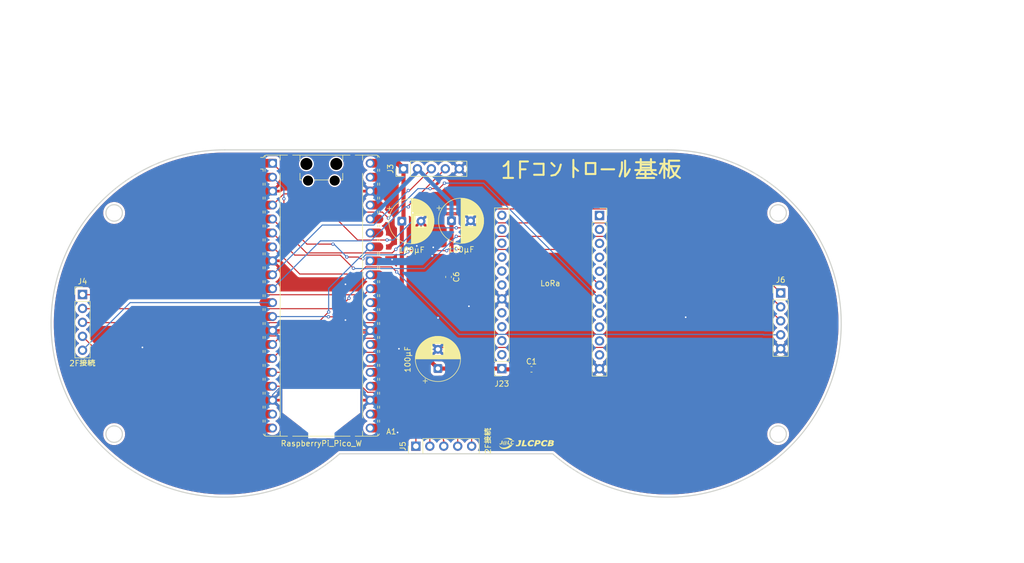
<source format=kicad_pcb>
(kicad_pcb (version 20241229) (generator "pcbnew") (generator_version "9.0")
  (layers (0 "F.Cu" signal) (2 "B.Cu" signal) (13 "F.Paste" user) (15 "B.Paste" user) (5 "F.SilkS" user "F.Silkscreen") (7 "B.SilkS" user "B.Silkscreen") (1 "F.Mask" user) (3 "B.Mask" user) (25 "Edge.Cuts" user))
  (net 0 "")
  (net 2 "+5V")
  (net 4 "SCL3")
  (net 5 "GP3")
  (net 6 "ADC0")
  (net 7 "SDA3")
  (net 8 "GND")
  (net 9 "LED6")
  (net 11 "LED3")
  (net 13 "LED2")
  (net 14 "GP2")
  (net 19 "ADC2")
  (net 20 "LED1")
  (net 21 "GP4")
  (net 22 "GP5")
  (net 29 "RX")
  (net 31 "TX")
  (net 32 "LED4")
  (net 33 "+3.3V")
  (net 34 "ADC1")
  (net 38 "LED5")
  (net 62 "RST")
  (net 64 "2_GP16")
  (footprint "Capacitor_THT:CP_Radial_D8.0mm_P3.50mm" (layer "F.Cu") (at 99.3192 118.9228)
    (property "Reference" "C2" (hide yes))
    (property "Value" "100μF" (at 1.75 5.25 0) (layer "F.SilkS"))
    (pad "1" thru_hole roundrect (at 0 0) (size 1.6 1.6) (drill 0.8) (layers "*.Cu" "*.Mask") (roundrect_rratio 0.15625) (net 33 "+3.3V"))
    (pad "2" thru_hole circle (at 3.5 0) (size 1.6 1.6) (drill 0.8) (layers "*.Cu" "*.Mask") (net 8 "GND"))
  )
  (footprint "Capacitor_THT:CP_Radial_D8.0mm_P3.50mm" (layer "F.Cu") (at 96.8502 145.848451 90)
    (property "Reference" "C4" (hide yes))
    (property "Value" "100μF" (at 1.652651 -5.5118 90) (layer "F.SilkS"))
    (pad "1" thru_hole roundrect (at 0 0 90) (size 1.6 1.6) (drill 0.8) (layers "*.Cu" "*.Mask") (roundrect_rratio 0.15625) (net 2 "+5V"))
    (pad "2" thru_hole circle (at 3.5 0 90) (size 1.6 1.6) (drill 0.8) (layers "*.Cu" "*.Mask") (net 8 "GND"))
  )
  (footprint "Capacitor_THT:CP_Radial_D8.0mm_P3.50mm" (layer "F.Cu") (at 90.269949 118.999)
    (property "Reference" "C5" (hide yes))
    (property "Value" "100μF" (at 1.75 5.25 0) (layer "F.SilkS"))
    (pad "1" thru_hole roundrect (at 0 0) (size 1.6 1.6) (drill 0.8) (layers "*.Cu" "*.Mask") (roundrect_rratio 0.15625) (net 2 "+5V"))
    (pad "2" thru_hole circle (at 3.5 0) (size 1.6 1.6) (drill 0.8) (layers "*.Cu" "*.Mask") (net 8 "GND"))
  )
  (footprint "Connector_PinHeader_2.54mm:PinHeader_1x05_P2.54mm_Vertical" (layer "F.Cu") (at 92.837 160 90)
    (property "Reference" "J5" (at 0 -2.38 90) (layer "F.SilkS"))
    (property "Value" "2F接続" (at 1 13.163 90) (layer "F.SilkS"))
    (pad "1" thru_hole rect (at 0 0 90) (size 1.7 1.7) (drill 1) (layers "*.Cu" "*.Mask") (net 9 "LED6"))
    (pad "2" thru_hole circle (at 0 2.54 90) (size 1.7 1.7) (drill 1) (layers "*.Cu" "*.Mask") (net 38 "LED5"))
    (pad "3" thru_hole circle (at 0 5.08 90) (size 1.7 1.7) (drill 1) (layers "*.Cu" "*.Mask") (net 32 "LED4"))
    (pad "4" thru_hole circle (at 0 7.62 90) (size 1.7 1.7) (drill 1) (layers "*.Cu" "*.Mask") (net 11 "LED3"))
    (pad "5" thru_hole circle (at 0 10.16 90) (size 1.7 1.7) (drill 1) (layers "*.Cu" "*.Mask") (net 13 "LED2"))
  )
  (footprint "Connector_PinSocket_2.54mm:PinSocket_1x12_P2.54mm_Vertical" (layer "F.Cu") (at 108.5 145.86 180)
    (property "Reference" "J23" (at 0 -2.77 0) (layer "F.SilkS"))
    (property "Value" "Conn_01x12_Pin" (hide yes))
    (pad "1" thru_hole rect (at 0 0 180) (size 1.7 1.7) (drill 1) (layers "*.Cu" "*.Mask") (net 2 "+5V"))
    (pad "2" thru_hole circle (at 0 2.54 180) (size 1.7 1.7) (drill 1) (layers "*.Cu" "*.Mask"))
    (pad "3" thru_hole circle (at 0 5.08 180) (size 1.7 1.7) (drill 1) (layers "*.Cu" "*.Mask"))
    (pad "4" thru_hole circle (at 0 7.62 180) (size 1.7 1.7) (drill 1) (layers "*.Cu" "*.Mask"))
    (pad "5" thru_hole circle (at 0 10.16 180) (size 1.7 1.7) (drill 1) (layers "*.Cu" "*.Mask") (net 62 "RST"))
    (pad "6" thru_hole circle (at 0 12.7 180) (size 1.7 1.7) (drill 1) (layers "*.Cu" "*.Mask") (net 8 "GND"))
    (pad "7" thru_hole circle (at 0 15.24 180) (size 1.7 1.7) (drill 1) (layers "*.Cu" "*.Mask"))
    (pad "8" thru_hole circle (at 0 17.78 180) (size 1.7 1.7) (drill 1) (layers "*.Cu" "*.Mask"))
    (pad "9" thru_hole circle (at 0 20.32 180) (size 1.7 1.7) (drill 1) (layers "*.Cu" "*.Mask"))
    (pad "10" thru_hole circle (at 0 22.86 180) (size 1.7 1.7) (drill 1) (layers "*.Cu" "*.Mask"))
    (pad "11" thru_hole circle (at 0 25.4 180) (size 1.7 1.7) (drill 1) (layers "*.Cu" "*.Mask"))
    (pad "12" thru_hole circle (at 0 27.94 180) (size 1.7 1.7) (drill 1) (layers "*.Cu" "*.Mask"))
  )
  (footprint "Connector_PinHeader_2.54mm:PinHeader_1x05_P2.54mm_Vertical" (layer "F.Cu") (at 32.0802 132.3594)
    (property "Reference" "J4" (at 0 -2.38 0) (layer "F.SilkS"))
    (property "Value" "2F接続" (at 0 12.54 0) (layer "F.SilkS"))
    (pad "1" thru_hole rect (at 0 0) (size 1.7 1.7) (drill 1) (layers "*.Cu" "*.Mask") (net 6 "ADC0"))
    (pad "2" thru_hole circle (at 0 2.54) (size 1.7 1.7) (drill 1) (layers "*.Cu" "*.Mask") (net 34 "ADC1"))
    (pad "3" thru_hole circle (at 0 5.08) (size 1.7 1.7) (drill 1) (layers "*.Cu" "*.Mask") (net 19 "ADC2"))
    (pad "4" thru_hole circle (at 0 7.62) (size 1.7 1.7) (drill 1) (layers "*.Cu" "*.Mask") (net 64 "2_GP16"))
    (pad "5" thru_hole circle (at 0 10.16) (size 1.7 1.7) (drill 1) (layers "*.Cu" "*.Mask") (net 20 "LED1"))
  )
  (footprint "Connector_PinHeader_2.54mm:PinHeader_1x05_P2.54mm_Vertical" (layer "F.Cu") (at 90.5764 109.4486 90)
    (property "Reference" "J3" (at 0 -2.38 90) (layer "F.SilkS"))
    (property "Value" "2F接続")
    (pad "1" thru_hole rect (at 0 0 90) (size 1.7 1.7) (drill 1) (layers "*.Cu" "*.Mask") (net 2 "+5V"))
    (pad "2" thru_hole circle (at 0 2.54 90) (size 1.7 1.7) (drill 1) (layers "*.Cu" "*.Mask") (net 33 "+3.3V"))
    (pad "3" thru_hole circle (at 0 5.08 90) (size 1.7 1.7) (drill 1) (layers "*.Cu" "*.Mask") (net 7 "SDA3"))
    (pad "4" thru_hole circle (at 0 7.62 90) (size 1.7 1.7) (drill 1) (layers "*.Cu" "*.Mask") (net 4 "SCL3"))
    (pad "5" thru_hole circle (at 0 10.16 90) (size 1.7 1.7) (drill 1) (layers "*.Cu" "*.Mask") (net 8 "GND"))
  )
  (footprint "Capacitor_SMD:C_0603_1608Metric" (layer "F.Cu") (at 98.7806 129.159 -90)
    (property "Reference" "C6" (at 0 -1.43 90) (layer "F.SilkS"))
    (property "Value" "0.1μF")
    (pad "1" smd roundrect (at -0.775 0 270) (size 0.9 0.95) (layers "F.Cu" "F.Mask" "F.Paste") (net 33 "+3.3V"))
    (pad "2" smd roundrect (at 0.775 0 270) (size 0.9 0.95) (layers "F.Cu" "F.Mask" "F.Paste") (net 8 "GND"))
  )
  (footprint "Module:RaspberryPi_Pico_Common_Unspecified" (layer "F.Cu") (at 75.61 132.57)
    (property "Reference" "A1" (at 11.7475 24.765 0) (layer "F.SilkS") (effects (justify left)))
    (property "Value" "RaspberryPi_Pico_W" (at 0 26.93 0) (layer "F.SilkS"))
    (pad "" np_thru_hole circle (at -2.725 -24) (size 2.2 2.2) (drill 2.2) (layers "*.Mask"))
    (pad "" np_thru_hole circle (at -2.425 -20.97) (size 1.85 1.85) (drill 1.85) (layers "*.Mask"))
    (pad "" np_thru_hole circle (at 2.425 -20.97) (size 1.85 1.85) (drill 1.85) (layers "*.Mask"))
    (pad "" np_thru_hole circle (at 2.725 -24) (size 2.2 2.2) (drill 2.2) (layers "*.Mask"))
    (pad "1" smd custom (at -9.69 -24.13) (size 1.6 0.8) (layers "F.Cu" "F.Mask") (net 31 "TX") (options (clearance outline) (anchor rect)) (primitives (gr_circle (center 0.8 0) (end 1.6 0) (width 0) (fill yes)) (gr_poly (pts (xy -1.6 -0.6) (xy -1.6 0.6) (xy -1.4 0.8) (xy 0.8 0.8) (xy 0.8 -0.8) (xy -1.4 -0.8)) (width 0) (fill yes)) (gr_circle (center -1.4 -0.6) (end -1.2 -0.6) (width 0) (fill yes)) (gr_circle (center -1.4 0.6) (end -1.2 0.6) (width 0) (fill yes))))
    (pad "1" thru_hole roundrect (at -8.89 -24.13) (size 1.6 1.6) (drill 1) (layers "*.Cu" "*.Mask") (roundrect_rratio 0.125) (net 31 "TX"))
    (pad "2" smd roundrect (at -9.69 -21.59) (size 3.2 1.6) (layers "F.Cu" "F.Mask") (roundrect_rratio 0.5) (net 29 "RX"))
    (pad "2" thru_hole circle (at -8.89 -21.59) (size 1.6 1.6) (drill 1) (layers "*.Cu" "*.Mask") (net 29 "RX"))
    (pad "3" smd custom (at -9.69 -19.05) (size 1.6 0.8) (layers "F.Cu" "F.Mask") (net 8 "GND") (options (clearance outline) (anchor rect)) (primitives (gr_circle (center -0.8 0) (end 0 0) (width 0) (fill yes)) (gr_poly (pts (xy 1.6 -0.6) (xy 1.6 0.6) (xy 1.4 0.8) (xy -0.8 0.8) (xy -0.8 -0.8) (xy 1.4 -0.8)) (width 0) (fill yes)) (gr_circle (center 1.4 -0.6) (end 1.6 -0.6) (width 0) (fill yes)) (gr_circle (center 1.4 0.6) (end 1.6 0.6) (width 0) (fill yes))))
    (pad "3" thru_hole custom (at -8.89 -19.05) (size 1.6 1.6) (drill 1) (layers "*.Cu" "*.Mask") (net 8 "GND") (options (clearance outline) (anchor circle)) (primitives (gr_poly (pts (xy 0.8 0.6) (xy 0.8 -0.6) (xy 0.6 -0.8) (xy 0 -0.8) (xy 0 0.8) (xy 0.6 0.8)) (width 0) (fill yes)) (gr_circle (center 0.6 0.6) (end 0.8 0.6) (width 0) (fill yes)) (gr_circle (center 0.6 -0.6) (end 0.8 -0.6) (width 0) (fill yes))))
    (pad "4" smd roundrect (at -9.69 -16.51) (size 3.2 1.6) (layers "F.Cu" "F.Mask") (roundrect_rratio 0.5) (net 14 "GP2"))
    (pad "4" thru_hole circle (at -8.89 -16.51) (size 1.6 1.6) (drill 1) (layers "*.Cu" "*.Mask") (net 14 "GP2"))
    (pad "5" smd roundrect (at -9.69 -13.97) (size 3.2 1.6) (layers "F.Cu" "F.Mask") (roundrect_rratio 0.5) (net 5 "GP3"))
    (pad "5" thru_hole circle (at -8.89 -13.97) (size 1.6 1.6) (drill 1) (layers "*.Cu" "*.Mask") (net 5 "GP3"))
    (pad "6" smd roundrect (at -9.69 -11.43) (size 3.2 1.6) (layers "F.Cu" "F.Mask") (roundrect_rratio 0.5) (net 21 "GP4"))
    (pad "6" thru_hole circle (at -8.89 -11.43) (size 1.6 1.6) (drill 1) (layers "*.Cu" "*.Mask") (net 21 "GP4"))
    (pad "7" smd roundrect (at -9.69 -8.89) (size 3.2 1.6) (layers "F.Cu" "F.Mask") (roundrect_rratio 0.5) (net 22 "GP5"))
    (pad "7" thru_hole circle (at -8.89 -8.89) (size 1.6 1.6) (drill 1) (layers "*.Cu" "*.Mask") (net 22 "GP5"))
    (pad "8" smd custom (at -9.69 -6.35) (size 1.6 0.8) (layers "F.Cu" "F.Mask") (net 8 "GND") (options (clearance outline) (anchor rect)) (primitives (gr_circle (center -0.8 0) (end 0 0) (width 0) (fill yes)) (gr_poly (pts (xy 1.6 -0.6) (xy 1.6 0.6) (xy 1.4 0.8) (xy -0.8 0.8) (xy -0.8 -0.8) (xy 1.4 -0.8)) (width 0) (fill yes)) (gr_circle (center 1.4 -0.6) (end 1.6 -0.6) (width 0) (fill yes)) (gr_circle (center 1.4 0.6) (end 1.6 0.6) (width 0) (fill yes))))
    (pad "8" thru_hole custom (at -8.89 -6.35) (size 1.6 1.6) (drill 1) (layers "*.Cu" "*.Mask") (net 8 "GND") (options (clearance outline) (anchor circle)) (primitives (gr_poly (pts (xy 0.8 0.6) (xy 0.8 -0.6) (xy 0.6 -0.8) (xy 0 -0.8) (xy 0 0.8) (xy 0.6 0.8)) (width 0) (fill yes)) (gr_circle (center 0.6 0.6) (end 0.8 0.6) (width 0) (fill yes)) (gr_circle (center 0.6 -0.6) (end 0.8 -0.6) (width 0) (fill yes))))
    (pad "9" smd roundrect (at -9.69 -3.81) (size 3.2 1.6) (layers "F.Cu" "F.Mask") (roundrect_rratio 0.5) (net 7 "SDA3"))
    (pad "9" thru_hole circle (at -8.89 -3.81) (size 1.6 1.6) (drill 1) (layers "*.Cu" "*.Mask") (net 7 "SDA3"))
    (pad "10" smd roundrect (at -9.69 -1.27) (size 3.2 1.6) (layers "F.Cu" "F.Mask") (roundrect_rratio 0.5) (net 4 "SCL3"))
    (pad "10" thru_hole circle (at -8.89 -1.27) (size 1.6 1.6) (drill 1) (layers "*.Cu" "*.Mask") (net 4 "SCL3"))
    (pad "11" smd roundrect (at -9.69 1.27) (size 3.2 1.6) (layers "F.Cu" "F.Mask") (roundrect_rratio 0.5) (net 20 "LED1"))
    (pad "11" thru_hole circle (at -8.89 1.27) (size 1.6 1.6) (drill 1) (layers "*.Cu" "*.Mask") (net 20 "LED1"))
    (pad "12" smd roundrect (at -9.69 3.81) (size 3.2 1.6) (layers "F.Cu" "F.Mask") (roundrect_rratio 0.5) (net 13 "LED2"))
    (pad "12" thru_hole circle (at -8.89 3.81) (size 1.6 1.6) (drill 1) (layers "*.Cu" "*.Mask") (net 13 "LED2"))
    (pad "13" smd custom (at -9.69 6.35) (size 1.6 0.8) (layers "F.Cu" "F.Mask") (net 8 "GND") (options (clearance outline) (anchor rect)) (primitives (gr_circle (center -0.8 0) (end 0 0) (width 0) (fill yes)) (gr_poly (pts (xy 1.6 -0.6) (xy 1.6 0.6) (xy 1.4 0.8) (xy -0.8 0.8) (xy -0.8 -0.8) (xy 1.4 -0.8)) (width 0) (fill yes)) (gr_circle (center 1.4 -0.6) (end 1.6 -0.6) (width 0) (fill yes)) (gr_circle (center 1.4 0.6) (end 1.6 0.6) (width 0) (fill yes))))
    (pad "13" thru_hole custom (at -8.89 6.35) (size 1.6 1.6) (drill 1) (layers "*.Cu" "*.Mask") (net 8 "GND") (options (clearance outline) (anchor circle)) (primitives (gr_poly (pts (xy 0.8 0.6) (xy 0.8 -0.6) (xy 0.6 -0.8) (xy 0 -0.8) (xy 0 0.8) (xy 0.6 0.8)) (width 0) (fill yes)) (gr_circle (center 0.6 0.6) (end 0.8 0.6) (width 0) (fill yes)) (gr_circle (center 0.6 -0.6) (end 0.8 -0.6) (width 0) (fill yes))))
    (pad "14" smd roundrect (at -9.69 8.89) (size 3.2 1.6) (layers "F.Cu" "F.Mask") (roundrect_rratio 0.5) (net 11 "LED3"))
    (pad "14" thru_hole circle (at -8.89 8.89) (size 1.6 1.6) (drill 1) (layers "*.Cu" "*.Mask") (net 11 "LED3"))
    (pad "15" smd roundrect (at -9.69 11.43) (size 3.2 1.6) (layers "F.Cu" "F.Mask") (roundrect_rratio 0.5) (net 32 "LED4"))
    (pad "15" thru_hole circle (at -8.89 11.43) (size 1.6 1.6) (drill 1) (layers "*.Cu" "*.Mask") (net 32 "LED4"))
    (pad "16" smd roundrect (at -9.69 13.97) (size 3.2 1.6) (layers "F.Cu" "F.Mask") (roundrect_rratio 0.5) (net 38 "LED5"))
    (pad "16" thru_hole circle (at -8.89 13.97) (size 1.6 1.6) (drill 1) (layers "*.Cu" "*.Mask") (net 38 "LED5"))
    (pad "17" smd roundrect (at -9.69 16.51) (size 3.2 1.6) (layers "F.Cu" "F.Mask") (roundrect_rratio 0.5) (net 9 "LED6"))
    (pad "17" thru_hole circle (at -8.89 16.51) (size 1.6 1.6) (drill 1) (layers "*.Cu" "*.Mask") (net 9 "LED6"))
    (pad "18" smd custom (at -9.69 19.05) (size 1.6 0.8) (layers "F.Cu" "F.Mask") (net 8 "GND") (options (clearance outline) (anchor rect)) (primitives (gr_circle (center -0.8 0) (end 0 0) (width 0) (fill yes)) (gr_poly (pts (xy 1.6 -0.6) (xy 1.6 0.6) (xy 1.4 0.8) (xy -0.8 0.8) (xy -0.8 -0.8) (xy 1.4 -0.8)) (width 0) (fill yes)) (gr_circle (center 1.4 -0.6) (end 1.6 -0.6) (width 0) (fill yes)) (gr_circle (center 1.4 0.6) (end 1.6 0.6) (width 0) (fill yes))))
    (pad "18" thru_hole custom (at -8.89 19.05) (size 1.6 1.6) (drill 1) (layers "*.Cu" "*.Mask") (net 8 "GND") (options (clearance outline) (anchor circle)) (primitives (gr_poly (pts (xy 0.8 0.6) (xy 0.8 -0.6) (xy 0.6 -0.8) (xy 0 -0.8) (xy 0 0.8) (xy 0.6 0.8)) (width 0) (fill yes)) (gr_circle (center 0.6 0.6) (end 0.8 0.6) (width 0) (fill yes)) (gr_circle (center 0.6 -0.6) (end 0.8 -0.6) (width 0) (fill yes))))
    (pad "19" smd roundrect (at -9.69 21.59) (size 3.2 1.6) (layers "F.Cu" "F.Mask") (roundrect_rratio 0.5) (net 64 "2_GP16"))
    (pad "19" thru_hole circle (at -8.89 21.59) (size 1.6 1.6) (drill 1) (layers "*.Cu" "*.Mask") (net 64 "2_GP16"))
    (pad "20" smd roundrect (at -9.69 24.13) (size 3.2 1.6) (layers "F.Cu" "F.Mask") (roundrect_rratio 0.5))
    (pad "20" thru_hole circle (at -8.89 24.13) (size 1.6 1.6) (drill 1) (layers "*.Cu" "*.Mask"))
    (pad "21" thru_hole circle (at 8.89 24.13) (size 1.6 1.6) (drill 1) (layers "*.Cu" "*.Mask"))
    (pad "21" smd roundrect (at 9.69 24.13) (size 3.2 1.6) (layers "F.Cu" "F.Mask") (roundrect_rratio 0.5))
    (pad "22" thru_hole circle (at 8.89 21.59) (size 1.6 1.6) (drill 1) (layers "*.Cu" "*.Mask"))
    (pad "22" smd roundrect (at 9.69 21.59) (size 3.2 1.6) (layers "F.Cu" "F.Mask") (roundrect_rratio 0.5))
    (pad "23" thru_hole custom (at 8.89 19.05) (size 1.6 1.6) (drill 1) (layers "*.Cu" "*.Mask") (net 8 "GND") (options (clearance outline) (anchor circle)) (primitives (gr_poly (pts (xy -0.8 0.6) (xy -0.8 -0.6) (xy -0.6 -0.8) (xy 0 -0.8) (xy 0 0.8) (xy -0.6 0.8)) (width 0) (fill yes)) (gr_circle (center -0.6 0.6) (end -0.4 0.6) (width 0) (fill yes)) (gr_circle (center -0.6 -0.6) (end -0.4 -0.6) (width 0) (fill yes))))
    (pad "23" smd custom (at 9.69 19.05) (size 1.6 0.8) (layers "F.Cu" "F.Mask") (net 8 "GND") (options (clearance outline) (anchor rect)) (primitives (gr_circle (center 0.8 0) (end 1.6 0) (width 0) (fill yes)) (gr_poly (pts (xy -1.6 -0.6) (xy -1.6 0.6) (xy -1.4 0.8) (xy 0.8 0.8) (xy 0.8 -0.8) (xy -1.4 -0.8)) (width 0) (fill yes)) (gr_circle (center -1.4 -0.6) (end -1.2 -0.6) (width 0) (fill yes)) (gr_circle (center -1.4 0.6) (end -1.2 0.6) (width 0) (fill yes))))
    (pad "24" thru_hole circle (at 8.89 16.51) (size 1.6 1.6) (drill 1) (layers "*.Cu" "*.Mask"))
    (pad "24" smd roundrect (at 9.69 16.51) (size 3.2 1.6) (layers "F.Cu" "F.Mask") (roundrect_rratio 0.5))
    (pad "25" thru_hole circle (at 8.89 13.97) (size 1.6 1.6) (drill 1) (layers "*.Cu" "*.Mask"))
    (pad "25" smd roundrect (at 9.69 13.97) (size 3.2 1.6) (layers "F.Cu" "F.Mask") (roundrect_rratio 0.5))
    (pad "26" thru_hole circle (at 8.89 11.43) (size 1.6 1.6) (drill 1) (layers "*.Cu" "*.Mask"))
    (pad "26" smd roundrect (at 9.69 11.43) (size 3.2 1.6) (layers "F.Cu" "F.Mask") (roundrect_rratio 0.5))
    (pad "27" thru_hole circle (at 8.89 8.89) (size 1.6 1.6) (drill 1) (layers "*.Cu" "*.Mask"))
    (pad "27" smd roundrect (at 9.69 8.89) (size 3.2 1.6) (layers "F.Cu" "F.Mask") (roundrect_rratio 0.5))
    (pad "28" thru_hole custom (at 8.89 6.35) (size 1.6 1.6) (drill 1) (layers "*.Cu" "*.Mask") (net 8 "GND") (options (clearance outline) (anchor circle)) (primitives (gr_poly (pts (xy -0.8 0.6) (xy -0.8 -0.6) (xy -0.6 -0.8) (xy 0 -0.8) (xy 0 0.8) (xy -0.6 0.8)) (width 0) (fill yes)) (gr_circle (center -0.6 0.6) (end -0.4 0.6) (width 0) (fill yes)) (gr_circle (center -0.6 -0.6) (end -0.4 -0.6) (width 0) (fill yes))))
    (pad "28" smd custom (at 9.69 6.35) (size 1.6 0.8) (layers "F.Cu" "F.Mask") (net 8 "GND") (options (clearance outline) (anchor rect)) (primitives (gr_circle (center 0.8 0) (end 1.6 0) (width 0) (fill yes)) (gr_poly (pts (xy -1.6 -0.6) (xy -1.6 0.6) (xy -1.4 0.8) (xy 0.8 0.8) (xy 0.8 -0.8) (xy -1.4 -0.8)) (width 0) (fill yes)) (gr_circle (center -1.4 -0.6) (end -1.2 -0.6) (width 0) (fill yes)) (gr_circle (center -1.4 0.6) (end -1.2 0.6) (width 0) (fill yes))))
    (pad "29" thru_hole circle (at 8.89 3.81) (size 1.6 1.6) (drill 1) (layers "*.Cu" "*.Mask"))
    (pad "29" smd roundrect (at 9.69 3.81) (size 3.2 1.6) (layers "F.Cu" "F.Mask") (roundrect_rratio 0.5))
    (pad "30" thru_hole circle (at 8.89 1.27) (size 1.6 1.6) (drill 1) (layers "*.Cu" "*.Mask"))
    (pad "30" smd roundrect (at 9.69 1.27) (size 3.2 1.6) (layers "F.Cu" "F.Mask") (roundrect_rratio 0.5))
    (pad "31" thru_hole circle (at 8.89 -1.27) (size 1.6 1.6) (drill 1) (layers "*.Cu" "*.Mask") (net 6 "ADC0"))
    (pad "31" smd roundrect (at 9.69 -1.27) (size 3.2 1.6) (layers "F.Cu" "F.Mask") (roundrect_rratio 0.5) (net 6 "ADC0"))
    (pad "32" thru_hole circle (at 8.89 -3.81) (size 1.6 1.6) (drill 1) (layers "*.Cu" "*.Mask") (net 34 "ADC1"))
    (pad "32" smd roundrect (at 9.69 -3.81) (size 3.2 1.6) (layers "F.Cu" "F.Mask") (roundrect_rratio 0.5) (net 34 "ADC1"))
    (pad "33" thru_hole custom (at 8.89 -6.35) (size 1.6 1.6) (drill 1) (layers "*.Cu" "*.Mask") (net 8 "GND") (options (clearance outline) (anchor circle)) (primitives (gr_poly (pts (xy -0.8 0.6) (xy -0.8 -0.6) (xy -0.6 -0.8) (xy 0 -0.8) (xy 0 0.8) (xy -0.6 0.8)) (width 0) (fill yes)) (gr_circle (center -0.6 0.6) (end -0.4 0.6) (width 0) (fill yes)) (gr_circle (center -0.6 -0.6) (end -0.4 -0.6) (width 0) (fill yes))))
    (pad "33" smd custom (at 9.69 -6.35) (size 1.6 0.8) (layers "F.Cu" "F.Mask") (net 8 "GND") (options (clearance outline) (anchor rect)) (primitives (gr_circle (center 0.8 0) (end 1.6 0) (width 0) (fill yes)) (gr_poly (pts (xy -1.6 -0.6) (xy -1.6 0.6) (xy -1.4 0.8) (xy 0.8 0.8) (xy 0.8 -0.8) (xy -1.4 -0.8)) (width 0) (fill yes)) (gr_circle (center -1.4 -0.6) (end -1.2 -0.6) (width 0) (fill yes)) (gr_circle (center -1.4 0.6) (end -1.2 0.6) (width 0) (fill yes))))
    (pad "34" thru_hole circle (at 8.89 -8.89) (size 1.6 1.6) (drill 1) (layers "*.Cu" "*.Mask") (net 19 "ADC2"))
    (pad "34" smd roundrect (at 9.69 -8.89) (size 3.2 1.6) (layers "F.Cu" "F.Mask") (roundrect_rratio 0.5) (net 19 "ADC2"))
    (pad "35" thru_hole circle (at 8.89 -11.43) (size 1.6 1.6) (drill 1) (layers "*.Cu" "*.Mask"))
    (pad "35" smd roundrect (at 9.69 -11.43) (size 3.2 1.6) (layers "F.Cu" "F.Mask") (roundrect_rratio 0.5))
    (pad "36" thru_hole circle (at 8.89 -13.97) (size 1.6 1.6) (drill 1) (layers "*.Cu" "*.Mask") (net 33 "+3.3V"))
    (pad "36" smd roundrect (at 9.69 -13.97) (size 3.2 1.6) (layers "F.Cu" "F.Mask") (roundrect_rratio 0.5) (net 33 "+3.3V"))
    (pad "37" thru_hole circle (at 8.89 -16.51) (size 1.6 1.6) (drill 1) (layers "*.Cu" "*.Mask"))
    (pad "37" smd roundrect (at 9.69 -16.51) (size 3.2 1.6) (layers "F.Cu" "F.Mask") (roundrect_rratio 0.5))
    (pad "38" thru_hole custom (at 8.89 -19.05) (size 1.6 1.6) (drill 1) (layers "*.Cu" "*.Mask") (net 8 "GND") (options (clearance outline) (anchor circle)) (primitives (gr_poly (pts (xy -0.8 0.6) (xy -0.8 -0.6) (xy -0.6 -0.8) (xy 0 -0.8) (xy 0 0.8) (xy -0.6 0.8)) (width 0) (fill yes)) (gr_circle (center -0.6 0.6) (end -0.4 0.6) (width 0) (fill yes)) (gr_circle (center -0.6 -0.6) (end -0.4 -0.6) (width 0) (fill yes))))
    (pad "38" smd custom (at 9.69 -19.05) (size 1.6 0.8) (layers "F.Cu" "F.Mask") (net 8 "GND") (options (clearance outline) (anchor rect)) (primitives (gr_circle (center 0.8 0) (end 1.6 0) (width 0) (fill yes)) (gr_poly (pts (xy -1.6 -0.6) (xy -1.6 0.6) (xy -1.4 0.8) (xy 0.8 0.8) (xy 0.8 -0.8) (xy -1.4 -0.8)) (width 0) (fill yes)) (gr_circle (center -1.4 -0.6) (end -1.2 -0.6) (width 0) (fill yes)) (gr_circle (center -1.4 0.6) (end -1.2 0.6) (width 0) (fill yes))))
    (pad "39" thru_hole circle (at 8.89 -21.59) (size 1.6 1.6) (drill 1) (layers "*.Cu" "*.Mask"))
    (pad "39" smd roundrect (at 9.69 -21.59) (size 3.2 1.6) (layers "F.Cu" "F.Mask") (roundrect_rratio 0.5))
    (pad "40" thru_hole circle (at 8.89 -24.13) (size 1.6 1.6) (drill 1) (layers "*.Cu" "*.Mask") (net 2 "+5V"))
    (pad "40" smd roundrect (at 9.69 -24.13) (size 3.2 1.6) (layers "F.Cu" "F.Mask") (roundrect_rratio 0.5) (net 2 "+5V"))
    (zone (net 0) (net_name "") (layers "F.Cu" "B.Cu" "F.Paste" "B.Paste") (name "Antenna Copper Keep Out") (connect_pads (clearance 0)) (min_thickness 0.254)
      (keepout (tracks not_allowed) (vias not_allowed) (pads not_allowed) (copperpour not_allowed) (footprints allowed))
      (fill (thermal_gap 0.508) (thermal_bridge_width 0.508))
      (polygon (pts (xy 73.21 157.559895) (xy 68.51 153.909895) (xy 68.51 149.57) (xy 82.71 149.57) (xy 82.71 153.909895) (xy 78.01 157.559895) (xy 78.01 158.57) (xy 73.21 158.57)))
    )
    (zone (net 0) (net_name "") (layers "F.Cu" "F.Paste") (name "Pad Keep Out D1-W") (connect_pads (clearance 0)) (min_thickness 0.25)
      (keepout (tracks not_allowed) (vias not_allowed) (pads not_allowed) (copperpour not_allowed) (footprints allowed))
      (fill (thermal_gap 0.5) (thermal_bridge_width 0.5))
      (polygon (pts (xy 75.238778 137.370398) (xy 75.294498 137.314678) (xy 75.3673 137.284522) (xy 75.4067 137.2826) (xy 76.1941 137.2826) (xy 76.1941 139.2574) (xy 75.4067 139.2574) (xy 75.3673 139.255478) (xy 75.294498 139.225322) (xy 75.238778 139.169602) (xy 75.208622 139.0968) (xy 75.2067 139.0574) (xy 75.2067 137.4826) (xy 75.208622 137.4432)))
    )
    (zone (net 0) (net_name "") (layers "F.Cu" "F.Paste") (name "Pad Keep Out D1-W") (connect_pads (clearance 0)) (min_thickness 0.25)
      (keepout (tracks not_allowed) (vias not_allowed) (pads not_allowed) (copperpour not_allowed) (footprints allowed))
      (fill (thermal_gap 0.5) (thermal_bridge_width 0.5))
      (polygon (pts (xy 76.9815 139.2574) (xy 76.1941 139.2574) (xy 76.1941 137.2826) (xy 76.9815 137.2826) (xy 77.0209 137.284522) (xy 77.093702 137.314677) (xy 77.149423 137.370398) (xy 77.179578 137.4432) (xy 77.1815 137.4826) (xy 77.1815 139.0574) (xy 77.179578 139.0968) (xy 77.149423 139.169602) (xy 77.093702 139.225323) (xy 77.0209 139.255478)))
    )
    (zone (net 0) (net_name "") (layers "F.Cu" "F.Paste") (name "Pad Keep Out TP6") (connect_pads (clearance 0)) (min_thickness 0.25)
      (keepout (tracks not_allowed) (vias not_allowed) (pads not_allowed) (copperpour not_allowed) (footprints allowed))
      (fill (thermal_gap 0.5) (thermal_bridge_width 0.5))
      (polygon (pts (xy 72.594455 122.517861) (xy 72.467833 122.483932) (xy 72.354306 122.418388) (xy 72.261612 122.325694) (xy 72.196068 122.212167) (xy 72.162139 122.085545) (xy 72.16 122.02) (xy 72.16 118.32) (xy 74.06 118.32) (xy 74.06 122.02) (xy 74.057861 122.085545) (xy 74.023932 122.212167) (xy 73.958388 122.325694) (xy 73.865694 122.418388) (xy 73.752167 122.483932) (xy 73.625545 122.517861) (xy 73.56 122.52) (xy 72.66 122.52)))
    )
    (zone (net 0) (net_name "") (layers "F.Cu" "F.Paste") (name "Pad Keep Out TP3") (connect_pads (clearance 0)) (min_thickness 0.25)
      (keepout (tracks not_allowed) (vias not_allowed) (pads not_allowed) (copperpour not_allowed) (footprints allowed))
      (fill (thermal_gap 0.5) (thermal_bridge_width 0.5))
      (polygon (pts (xy 73.662139 107.754455) (xy 73.696068 107.627833) (xy 73.761612 107.514306) (xy 73.854306 107.421612) (xy 73.967833 107.356068) (xy 74.094455 107.322139) (xy 74.16 107.32) (xy 74.61 107.32) (xy 74.61 109.22) (xy 74.16 109.22) (xy 74.094455 109.217861) (xy 73.967833 109.183932) (xy 73.854306 109.118388) (xy 73.761612 109.025694) (xy 73.696068 108.912167) (xy 73.662139 108.785545) (xy 73.66 108.72) (xy 73.66 107.82)))
    )
    (zone (net 0) (net_name "") (layers "F.Cu" "F.Paste") (name "Pad Keep Out TP4") (connect_pads (clearance 0)) (min_thickness 0.25)
      (keepout (tracks not_allowed) (vias not_allowed) (pads not_allowed) (copperpour not_allowed) (footprints allowed))
      (fill (thermal_gap 0.5) (thermal_bridge_width 0.5))
      (polygon (pts (xy 74.06 118.32) (xy 74.06 114.62) (xy 74.057861 114.554455) (xy 74.023933 114.427833) (xy 73.958388 114.314306) (xy 73.865694 114.221612) (xy 73.752167 114.156067) (xy 73.625545 114.122139) (xy 73.56 114.12) (xy 72.66 114.12) (xy 72.594455 114.122139) (xy 72.467833 114.156067) (xy 72.354306 114.221612) (xy 72.261612 114.314306) (xy 72.196067 114.427833) (xy 72.162139 114.554455) (xy 72.16 114.62) (xy 72.16 118.32)))
    )
    (zone (net 0) (net_name "") (layers "F.Cu" "F.Paste") (name "Pad Keep Out TP3") (connect_pads (clearance 0)) (min_thickness 0.25)
      (keepout (tracks not_allowed) (vias not_allowed) (pads not_allowed) (copperpour not_allowed) (footprints allowed))
      (fill (thermal_gap 0.5) (thermal_bridge_width 0.5))
      (polygon (pts (xy 74.61 109.22) (xy 75.06 109.22) (xy 75.125545 109.217861) (xy 75.252167 109.183933) (xy 75.365694 109.118388) (xy 75.458388 109.025694) (xy 75.523933 108.912167) (xy 75.557861 108.785545) (xy 75.56 108.72) (xy 75.56 107.82) (xy 75.557861 107.754455) (xy 75.523933 107.627833) (xy 75.458388 107.514306) (xy 75.365694 107.421612) (xy 75.252167 107.356067) (xy 75.125545 107.322139) (xy 75.06 107.32) (xy 74.61 107.32)))
    )
    (zone (net 0) (net_name "") (layers "F.Cu" "F.Paste") (name "Pad Keep Out TP1") (connect_pads (clearance 0)) (min_thickness 0.25)
      (keepout (tracks not_allowed) (vias not_allowed) (pads not_allowed) (copperpour not_allowed) (footprints allowed))
      (fill (thermal_gap 0.5) (thermal_bridge_width 0.5))
      (polygon (pts (xy 74.662139 111.054455) (xy 74.696068 110.927833) (xy 74.761612 110.814306) (xy 74.854306 110.721612) (xy 74.967833 110.656068) (xy 75.094455 110.622139) (xy 75.16 110.62) (xy 75.61 110.62) (xy 75.61 112.52) (xy 75.16 112.52) (xy 75.094455 112.517861) (xy 74.967833 112.483932) (xy 74.854306 112.418388) (xy 74.761612 112.325694) (xy 74.696068 112.212167) (xy 74.662139 112.085545) (xy 74.66 112.02) (xy 74.66 111.12)))
    )
    (zone (net 0) (net_name "") (layers "F.Cu" "F.Paste") (name "Pad Keep Out TP1") (connect_pads (clearance 0)) (min_thickness 0.25)
      (keepout (tracks not_allowed) (vias not_allowed) (pads not_allowed) (copperpour not_allowed) (footprints allowed))
      (fill (thermal_gap 0.5) (thermal_bridge_width 0.5))
      (polygon (pts (xy 75.61 112.52) (xy 76.06 112.52) (xy 76.125545 112.517861) (xy 76.252167 112.483933) (xy 76.365694 112.418388) (xy 76.458388 112.325694) (xy 76.523933 112.212167) (xy 76.557861 112.085545) (xy 76.56 112.02) (xy 76.56 111.12) (xy 76.557861 111.054455) (xy 76.523933 110.927833) (xy 76.458388 110.814306) (xy 76.365694 110.721612) (xy 76.252167 110.656067) (xy 76.125545 110.622139) (xy 76.06 110.62) (xy 75.61 110.62)))
    )
    (zone (net 0) (net_name "") (layers "F.Cu" "F.Paste") (name "Pad Keep Out TP2") (connect_pads (clearance 0)) (min_thickness 0.25)
      (keepout (tracks not_allowed) (vias not_allowed) (pads not_allowed) (copperpour not_allowed) (footprints allowed))
      (fill (thermal_gap 0.5) (thermal_bridge_width 0.5))
      (polygon (pts (xy 75.662139 107.769455) (xy 75.696068 107.642833) (xy 75.761612 107.529306) (xy 75.854306 107.436612) (xy 75.967833 107.371068) (xy 76.094455 107.337139) (xy 76.16 107.335) (xy 76.61 107.335) (xy 76.61 109.235) (xy 76.16 109.235) (xy 76.094455 109.232861) (xy 75.967833 109.198932) (xy 75.854306 109.133388) (xy 75.761612 109.040694) (xy 75.696068 108.927167) (xy 75.662139 108.800545) (xy 75.66 108.735) (xy 75.66 107.835)))
    )
    (zone (net 0) (net_name "") (layers "F.Cu" "F.Paste") (name "Pad Keep Out TP7") (connect_pads (clearance 0)) (min_thickness 0.25)
      (keepout (tracks not_allowed) (vias not_allowed) (pads not_allowed) (copperpour not_allowed) (footprints allowed))
      (fill (thermal_gap 0.5) (thermal_bridge_width 0.5))
      (polygon (pts (xy 75.662139 127.054455) (xy 75.696068 126.927833) (xy 75.761612 126.814306) (xy 75.854306 126.721612) (xy 75.967833 126.656068) (xy 76.094455 126.622139) (xy 76.16 126.62) (xy 76.61 126.62) (xy 76.61 128.52) (xy 76.16 128.52) (xy 76.094455 128.517861) (xy 75.967833 128.483932) (xy 75.854306 128.418388) (xy 75.761612 128.325694) (xy 75.696068 128.212167) (xy 75.662139 128.085545) (xy 75.66 128.02) (xy 75.66 127.12)))
    )
    (zone (net 0) (net_name "") (layers "F.Cu" "F.Paste") (name "Pad Keep Out TP2") (connect_pads (clearance 0)) (min_thickness 0.25)
      (keepout (tracks not_allowed) (vias not_allowed) (pads not_allowed) (copperpour not_allowed) (footprints allowed))
      (fill (thermal_gap 0.5) (thermal_bridge_width 0.5))
      (polygon (pts (xy 76.61 109.235) (xy 77.06 109.235) (xy 77.125545 109.232861) (xy 77.252167 109.198933) (xy 77.365694 109.133388) (xy 77.458388 109.040694) (xy 77.523933 108.927167) (xy 77.557861 108.800545) (xy 77.56 108.735) (xy 77.56 107.835) (xy 77.557861 107.769455) (xy 77.523933 107.642833) (xy 77.458388 107.529306) (xy 77.365694 107.436612) (xy 77.252167 107.371067) (xy 77.125545 107.337139) (xy 77.06 107.335) (xy 76.61 107.335)))
    )
    (zone (net 0) (net_name "") (layers "F.Cu" "F.Paste") (name "Pad Keep Out TP7") (connect_pads (clearance 0)) (min_thickness 0.25)
      (keepout (tracks not_allowed) (vias not_allowed) (pads not_allowed) (copperpour not_allowed) (footprints allowed))
      (fill (thermal_gap 0.5) (thermal_bridge_width 0.5))
      (polygon (pts (xy 76.61 128.52) (xy 77.06 128.52) (xy 77.125545 128.517861) (xy 77.252167 128.483933) (xy 77.365694 128.418388) (xy 77.458388 128.325694) (xy 77.523933 128.212167) (xy 77.557861 128.085545) (xy 77.56 128.02) (xy 77.56 127.12) (xy 77.557861 127.054455) (xy 77.523933 126.927833) (xy 77.458388 126.814306) (xy 77.365694 126.721612) (xy 77.252167 126.656067) (xy 77.125545 126.622139) (xy 77.06 126.62) (xy 76.61 126.62)))
    )
    (zone (net 0) (net_name "") (layers "F.Cu" "F.Paste") (name "Pad Keep Out D2") (connect_pads (clearance 0)) (min_thickness 0.25)
      (keepout (tracks not_allowed) (vias not_allowed) (pads not_allowed) (copperpour not_allowed) (footprints allowed))
      (fill (thermal_gap 0.5) (thermal_bridge_width 0.5))
      (polygon (pts (xy 75.01 155.47) (xy 75.61 155.47) (arc (start 75.61 159.07) (mid 74.902893 158.777107) (end 74.61 158.07)) (xy 74.61 155.87) (xy 74.612193 155.806994) (xy 74.651133 155.687148) (xy 74.725201 155.585201) (xy 74.827148 155.511133) (xy 74.946994 155.472193)))
    )
    (zone (net 0) (net_name "") (layers "F.Cu" "F.Paste") (name "Pad Keep Out D2") (connect_pads (clearance 0)) (min_thickness 0.25)
      (keepout (tracks not_allowed) (vias not_allowed) (pads not_allowed) (copperpour not_allowed) (footprints allowed))
      (fill (thermal_gap 0.5) (thermal_bridge_width 0.5))
      (polygon (pts (xy 76.21 155.47) (xy 76.272964 155.472462) (xy 76.392728 155.511376) (xy 76.494606 155.585394) (xy 76.568624 155.687272) (xy 76.607538 155.807036) (xy 76.61 155.87) (arc (start 76.61 158.07) (mid 76.317107 158.777107) (end 75.61 159.07)) (xy 75.61 155.47)))
    )
    (zone (net 0) (net_name "") (layers "F.Cu" "F.Paste") (name "Pad Keep Out D2-W") (connect_pads (clearance 0)) (min_thickness 0.254)
      (keepout (tracks not_allowed) (vias not_allowed) (pads not_allowed) (copperpour not_allowed) (footprints allowed))
      (fill (thermal_gap 0.508) (thermal_bridge_width 0.508))
      (polygon (pts (xy 79.726278 138.27) (xy 79.707382 138.077285) (xy 79.651414 137.89191) (xy 79.560506 137.720937) (xy 79.43812 137.570877) (xy 79.288919 137.447447) (xy 79.118584 137.355348) (xy 78.933605 137.298087) (xy 78.741027 137.277846) (xy 78.548184 137.295396) (xy 78.362424 137.350069) (xy 78.19082 137.439781) (xy 78.039909 137.561116) (xy 77.915441 137.709452) (xy 77.822154 137.87914) (xy 77.763603 138.063715) (xy 77.742019 138.256147) (xy 77.758222 138.449107) (xy 77.811596 138.635245) (xy 77.900108 138.807471) (xy 78.020387 138.959225) (xy 78.167851 139.084726) (xy 78.336882 139.179195) (xy 78.521044 139.239033) (xy 78.713321 139.26196) (xy 78.90639 139.247105) (xy 79.092896 139.195031) (xy 79.265736 139.107724) (xy 79.418325 138.988507) (xy 79.544853 138.841923) (xy 79.6405 138.673555) (xy 79.701622 138.489816) (xy 79.725891 138.297703)))
    )
    (zone (net 0) (net_name "") (layers "F.Cu" "F.Paste") (name "Pad Keep Out D3-W") (connect_pads (clearance 0)) (min_thickness 0.254)
      (keepout (tracks not_allowed) (vias not_allowed) (pads not_allowed) (copperpour not_allowed) (footprints allowed))
      (fill (thermal_gap 0.508) (thermal_bridge_width 0.508))
      (polygon (pts (xy 82.266278 138.27) (xy 82.247382 138.077285) (xy 82.191414 137.89191) (xy 82.100506 137.720937) (xy 81.97812 137.570877) (xy 81.828919 137.447447) (xy 81.658584 137.355348) (xy 81.473605 137.298087) (xy 81.281027 137.277846) (xy 81.088184 137.295396) (xy 80.902424 137.350069) (xy 80.73082 137.439781) (xy 80.579909 137.561116) (xy 80.455441 137.709452) (xy 80.362154 137.87914) (xy 80.303603 138.063715) (xy 80.282019 138.256147) (xy 80.298222 138.449107) (xy 80.351596 138.635245) (xy 80.440108 138.807471) (xy 80.560387 138.959225) (xy 80.707851 139.084726) (xy 80.876882 139.179195) (xy 81.061044 139.239033) (xy 81.253321 139.26196) (xy 81.44639 139.247105) (xy 81.632896 139.195031) (xy 81.805736 139.107724) (xy 81.958325 138.988507) (xy 82.084853 138.841923) (xy 82.1805 138.673555) (xy 82.241622 138.489816) (xy 82.265891 138.297703)))
    )
    (zone (net 0) (net_name "") (layers "F.Cu" "F.Paste") (name "Pad Keep Out D1") (connect_pads (clearance 0)) (min_thickness 0.25)
      (keepout (tracks not_allowed) (vias not_allowed) (pads not_allowed) (copperpour not_allowed) (footprints allowed))
      (fill (thermal_gap 0.5) (thermal_bridge_width 0.5))
      (polygon (pts (arc (start 72.07 158.07) (mid 72.362893 158.777107) (end 73.07 159.07)) (arc (start 73.07 155.47) (mid 72.362893 155.762893) (end 72.07 156.47))))
    )
    (zone (net 0) (net_name "") (layers "F.Cu" "F.Paste") (name "Pad Keep Out D1") (connect_pads (clearance 0)) (min_thickness 0.25)
      (keepout (tracks not_allowed) (vias not_allowed) (pads not_allowed) (copperpour not_allowed) (footprints allowed))
      (fill (thermal_gap 0.5) (thermal_bridge_width 0.5))
      (polygon (pts (arc (start 73.07 159.07) (mid 73.777107 158.777107) (end 74.07 158.07)) (arc (start 74.07 156.47) (mid 73.777107 155.762893) (end 73.07 155.47))))
    )
    (zone (net 0) (net_name "") (layers "F.Cu" "F.Paste") (name "Pad Keep Out D3") (connect_pads (clearance 0)) (min_thickness 0.25)
      (keepout (tracks not_allowed) (vias not_allowed) (pads not_allowed) (copperpour not_allowed) (footprints allowed))
      (fill (thermal_gap 0.5) (thermal_bridge_width 0.5))
      (polygon (pts (arc (start 77.150141 158.069925) (mid 77.443034 158.777032) (end 78.150141 159.069925)) (arc (start 78.150141 155.469925) (mid 77.443034 155.762818) (end 77.150141 156.469925))))
    )
    (zone (net 0) (net_name "") (layers "F.Cu" "F.Paste") (name "Pad Keep Out D3") (connect_pads (clearance 0)) (min_thickness 0.25)
      (keepout (tracks not_allowed) (vias not_allowed) (pads not_allowed) (copperpour not_allowed) (footprints allowed))
      (fill (thermal_gap 0.5) (thermal_bridge_width 0.5))
      (polygon (pts (arc (start 78.150141 159.069925) (mid 78.857248 158.777032) (end 79.150141 158.069925)) (arc (start 79.150141 156.469925) (mid 78.857248 155.762818) (end 78.150141 155.469925))))
    )
  )
  (footprint "Capacitor_SMD:C_0603_1608Metric" (layer "F.Cu") (at 113.902 145.9992)
    (property "Reference" "C1" (at 0 -1.43 0) (layer "F.SilkS"))
    (property "Value" "0.1μF")
    (pad "1" smd roundrect (at -0.775 0) (size 0.9 0.95) (layers "F.Cu" "F.Mask" "F.Paste") (net 2 "+5V"))
    (pad "2" smd roundrect (at 0.775 0) (size 0.9 0.95) (layers "F.Cu" "F.Mask" "F.Paste") (net 8 "GND"))
  )
  (footprint "Connector_PinHeader_2.54mm:PinHeader_1x05_P2.54mm_Vertical" (layer "F.Cu") (at 159.3088 132.08)
    (property "Reference" "J6" (at 0 -2.38 0) (layer "F.SilkS"))
    (property "Value" "2F接続")
    (pad "1" thru_hole rect (at 0 0) (size 1.7 1.7) (drill 1) (layers "*.Cu" "*.Mask") (net 14 "GP2"))
    (pad "2" thru_hole circle (at 0 2.54) (size 1.7 1.7) (drill 1) (layers "*.Cu" "*.Mask") (net 5 "GP3"))
    (pad "3" thru_hole circle (at 0 5.08) (size 1.7 1.7) (drill 1) (layers "*.Cu" "*.Mask") (net 21 "GP4"))
    (pad "4" thru_hole circle (at 0 7.62) (size 1.7 1.7) (drill 1) (layers "*.Cu" "*.Mask") (net 22 "GP5"))
    (pad "5" thru_hole circle (at 0 10.16) (size 1.7 1.7) (drill 1) (layers "*.Cu" "*.Mask") (net 8 "GND"))
  )
  (footprint "LOGO" (layer "F.Cu") (at 113 159.5)
    (property "Reference" "G***" (hide yes))
    (property "Value" "LOGO" (hide yes))
  )
  (footprint "Connector_PinSocket_2.54mm:PinSocket_1x12_P2.54mm_Vertical" (layer "F.Cu") (at 126.3 117.96)
    (property "Reference" "J22" (hide yes))
    (property "Value" "LoRa" (at -8.969 12.3674 0) (layer "F.SilkS"))
    (pad "1" thru_hole rect (at 0 0) (size 1.7 1.7) (drill 1) (layers "*.Cu" "*.Mask"))
    (pad "2" thru_hole circle (at 0 2.54) (size 1.7 1.7) (drill 1) (layers "*.Cu" "*.Mask"))
    (pad "3" thru_hole circle (at 0 5.08) (size 1.7 1.7) (drill 1) (layers "*.Cu" "*.Mask"))
    (pad "4" thru_hole circle (at 0 7.62) (size 1.7 1.7) (drill 1) (layers "*.Cu" "*.Mask"))
    (pad "5" thru_hole circle (at 0 10.16) (size 1.7 1.7) (drill 1) (layers "*.Cu" "*.Mask"))
    (pad "6" thru_hole circle (at 0 12.7) (size 1.7 1.7) (drill 1) (layers "*.Cu" "*.Mask") (net 29 "RX"))
    (pad "7" thru_hole circle (at 0 15.24) (size 1.7 1.7) (drill 1) (layers "*.Cu" "*.Mask") (net 31 "TX"))
    (pad "8" thru_hole circle (at 0 17.78) (size 1.7 1.7) (drill 1) (layers "*.Cu" "*.Mask"))
    (pad "9" thru_hole circle (at 0 20.32) (size 1.7 1.7) (drill 1) (layers "*.Cu" "*.Mask"))
    (pad "10" thru_hole circle (at 0 22.86) (size 1.7 1.7) (drill 1) (layers "*.Cu" "*.Mask"))
    (pad "11" thru_hole circle (at 0 25.4) (size 1.7 1.7) (drill 1) (layers "*.Cu" "*.Mask"))
    (pad "12" thru_hole circle (at 0 27.94) (size 1.7 1.7) (drill 1) (layers "*.Cu" "*.Mask") (net 8 "GND"))
  )
  (gr_line (start 138.7 106) (end 58 106) (stroke (width 0.2)) (layer "Edge.Cuts"))
  (gr_circle (center 158.852543 117.497457) (end 160.352543 117.497457) (stroke (width 0.2)) (fill no) (layer "Edge.Cuts"))
  (gr_circle (center 37.847457 157.802543) (end 39.347457 157.802543) (stroke (width 0.2)) (fill no) (layer "Edge.Cuts"))
  (gr_circle (center 158.852543 117.497457) (end 158.862543 117.497457) (stroke (width 0.0001)) (fill yes) (layer "Edge.Cuts"))
  (gr_arc (start 78.934505 161.3875) (mid 28.394136 148.839965) (end 58 106.000001) (stroke (width 0.2)) (layer "Edge.Cuts"))
  (gr_arc (start 138.7 106) (mid 168.305864 148.839965) (end 117.765495 161.3875) (stroke (width 0.2)) (layer "Edge.Cuts"))
  (gr_line (start 58 106.000001) (end 58 106) (stroke (width 0.2)) (layer "Edge.Cuts"))
  (gr_circle (center 158.852543 157.802543) (end 160.352543 157.802543) (stroke (width 0.2)) (fill no) (layer "Edge.Cuts"))
  (gr_circle (center 37.847457 117.497457) (end 39.347457 117.497457) (stroke (width 0.2)) (fill no) (layer "Edge.Cuts"))
  (gr_circle (center 158.852543 157.802543) (end 158.862543 157.802543) (stroke (width 0.0001)) (fill yes) (layer "Edge.Cuts"))
  (gr_line (start 78.934505 161.3875) (end 117.765495 161.3875) (stroke (width 0.2)) (layer "Edge.Cuts"))
  (gr_text "1Fコントロール基板" (at 108 111.5 0) (layer "F.SilkS") (effects (font (size 3 3) (thickness 0.375)) (justify left bottom)))
  (segment (start 108.5 145.86) (end 96.861749 145.86) (width 0.75) (layer "F.Cu") (net 2))
  (segment (start 84.5 108.44) (end 89.5678 108.44) (width 1) (layer "F.Cu") (net 2))
  (segment (start 90.5764 109.4486) (end 90.5764 118.692549) (width 0.75) (layer "F.Cu") (net 2))
  (segment (start 96.861749 145.86) (end 96.8502 145.848451) (width 0.75) (layer "F.Cu") (net 2))
  (segment (start 90.269949 139.2682) (end 96.8502 145.848451) (width 0.75) (layer "F.Cu") (net 2))
  (segment (start 90.5764 118.692549) (end 90.269949 118.999) (width 0.75) (layer "F.Cu") (net 2))
  (segment (start 89.5678 108.44) (end 90.5764 109.4486) (width 1) (layer "F.Cu") (net 2))
  (segment (start 90.269949 118.999) (end 90.269949 139.2682) (width 0.75) (layer "F.Cu") (net 2))
  (segment (start 113.127 145.9992) (end 108.6392 145.9992) (width 0.75) (layer "F.Cu") (net 2))
  (segment (start 108.6392 145.9992) (end 108.5 145.86) (width 0.75) (layer "F.Cu") (net 2))
  (segment (start 91.4514 116.1936) (end 91.4514 116.3926) (width 0.2) (layer "F.Cu") (net 4))
  (segment (start 98.1964 109.4486) (end 91.4514 116.1936) (width 0.2) (layer "F.Cu") (net 4))
  (via (at 91.4514 116.3926) (size 0.6) (drill 0.3) (layers "F.Cu" "B.Cu") (net 4))
  (segment (start 90.80445 116.3926) (end 84.61805 122.579) (width 0.2) (layer "B.Cu") (net 4))
  (segment (start 84.61805 122.579) (end 75.441 122.579) (width 0.2) (layer "B.Cu") (net 4))
  (segment (start 91.4514 116.3926) (end 90.80445 116.3926) (width 0.2) (layer "B.Cu") (net 4))
  (segment (start 75.441 122.579) (end 66.72 131.3) (width 0.2) (layer "B.Cu") (net 4))
  (segment (start 72.901 124.781) (end 66.72 118.6) (width 0.2) (layer "F.Cu") (net 5))
  (segment (start 103.092928 120.206122) (end 100.1942 120.206122) (width 0.2) (layer "F.Cu") (net 5))
  (segment (start 103.99005 119.309) (end 103.092928 120.206122) (width 0.2) (layer "F.Cu") (net 5))
  (segment (start 89.1794 124.1298) (end 88.5282 124.781) (width 0.2) (layer "F.Cu") (net 5))
  (segment (start 159.3088 134.62) (end 143.9978 119.309) (width 0.2) (layer "F.Cu") (net 5))
  (segment (start 143.9978 119.309) (end 103.99005 119.309) (width 0.2) (layer "F.Cu") (net 5))
  (segment (start 88.5282 124.781) (end 72.901 124.781) (width 0.2) (layer "F.Cu") (net 5))
  (via (at 100.1942 120.206122) (size 0.6) (drill 0.3) (layers "F.Cu" "B.Cu") (net 5))
  (via (at 89.1794 124.1298) (size 0.6) (drill 0.3) (layers "F.Cu" "B.Cu") (net 5))
  (segment (start 100.1942 120.206122) (end 93.103078 120.206122) (width 0.2) (layer "B.Cu") (net 5))
  (segment (start 93.103078 120.206122) (end 89.1794 124.1298) (width 0.2) (layer "B.Cu") (net 5))
  (segment (start 32.0802 132.3594) (end 32.1218 132.401) (width 0.2) (layer "F.Cu") (net 6))
  (segment (start 83.399 132.401) (end 84.5 131.3) (width 0.2) (layer "F.Cu") (net 6))
  (segment (start 32.1218 132.401) (end 83.399 132.401) (width 0.2) (layer "F.Cu") (net 6))
  (segment (start 95.6564 109.4486) (end 91.694 113.411) (width 0.2) (layer "F.Cu") (net 7))
  (segment (start 91.694 113.411) (end 91.4514 113.411) (width 0.2) (layer "F.Cu") (net 7))
  (via (at 91.4514 113.411) (size 0.6) (drill 0.3) (layers "F.Cu" "B.Cu") (net 7))
  (segment (start 85.1614 119.701) (end 75.779 119.701) (width 0.2) (layer "B.Cu") (net 7))
  (segment (start 75.779 119.701) (end 66.72 128.76) (width 0.2) (layer "B.Cu") (net 7))
  (segment (start 91.4514 113.411) (end 85.1614 119.701) (width 0.2) (layer "B.Cu") (net 7))
  (segment (start 95.806635 125.306635) (end 95.806635 126.960035) (width 0.2) (layer "F.Cu") (net 8))
  (segment (start 84.5 138.92) (end 83.503026 139.916974) (width 0.2) (layer "F.Cu") (net 8))
  (segment (start 45.083026 139.916974) (end 43 142) (width 0.2) (layer "F.Cu") (net 8))
  (segment (start 80.821285 139.36296) (end 80 138.541675) (width 0.2) (layer "F.Cu") (net 8))
  (segment (start 93.769949 118.999) (end 93.769949 122.730051) (width 0.2) (layer "F.Cu") (net 8))
  (segment (start 89.75 142.25) (end 86.42 138.92) (width 0.2) (layer "F.Cu") (net 8))
  (segment (start 93.769949 122.730051) (end 93 123.5) (width 0.2) (layer "F.Cu") (net 8))
  (segment (start 97.198651 142) (end 136.5 142) (width 0.2) (layer "F.Cu") (net 8))
  (segment (start 93.769949 118.999) (end 94.947149 117.8218) (width 0.2) (layer "F.Cu") (net 8))
  (segment (start 153.5688 136.5) (end 159.3088 142.24) (width 0.2) (layer "F.Cu") (net 8))
  (segment (start 86.42 138.92) (end 84.5 138.92) (width 0.2) (layer "F.Cu") (net 8))
  (segment (start 95.806635 126.960035) (end 98.7806 129.934) (width 0.2) (layer "F.Cu") (net 8))
  (segment (start 84.05704 139.36296) (end 80.821285 139.36296) (width 0.2) (layer "F.Cu") (net 8))
  (segment (start 67.16296 139.36296) (end 66.72 138.92) (width 0.2) (layer "F.Cu") (net 8))
  (segment (start 96.869335 136.630665) (end 99 134.5) (width 0.2) (layer "F.Cu") (net 8))
  (segment (start 84.05704 139.36296) (end 67.16296 139.36296) (width 0.2) (layer "F.Cu") (net 8))
  (segment (start 83.503026 139.916974) (end 45.083026 139.916974) (width 0.2) (layer "F.Cu") (net 8))
  (segment (start 84.5 126.22) (end 88.28 126.22) (width 0.2) (layer "F.Cu") (net 8))
  (segment (start 94.947149 117.8218) (end 101.7182 117.8218) (width 0.2) (layer "F.Cu") (net 8))
  (segment (start 101.7182 117.8218) (end 102.8192 118.9228) (width 0.2) (layer "F.Cu") (net 8))
  (segment (start 99 134.5) (end 102.5 134.5) (width 0.2) (layer "F.Cu") (net 8))
  (segment (start 137 141.5) (end 142 136.5) (width 0.2) (layer "F.Cu") (net 8))
  (segment (start 93.769949 121.536076) (end 96 123.766127) (width 0.2) (layer "F.Cu") (net 8))
  (segment (start 93.769949 118.999) (end 93.769949 121.536076) (width 0.2) (layer "F.Cu") (net 8))
  (segment (start 96.8502 142.348451) (end 97.198651 142) (width 0.2) (layer "F.Cu") (net 8))
  (segment (start 84.5 138.92) (end 84.05704 139.36296) (width 0.2) (layer "F.Cu") (net 8))
  (segment (start 136.5 142) (end 137 141.5) (width 0.2) (layer "F.Cu") (net 8))
  (segment (start 142 136.5) (end 153.5688 136.5) (width 0.2) (layer "F.Cu") (net 8))
  (segment (start 88.28 126.22) (end 88.5 126) (width 0.2) (layer "F.Cu") (net 8))
  (segment (start 80 138.541675) (end 80 137.018665) (width 0.2) (layer "F.Cu") (net 8))
  (via (at 96 123.766127) (size 0.6) (drill 0.3) (layers "F.Cu" "B.Cu") (net 8))
  (via (at 80 130.5) (size 0.6) (drill 0.3) (layers "F.Cu" "B.Cu") (net 8))
  (via (at 102.5 134.5) (size 0.6) (drill 0.3) (layers "F.Cu" "B.Cu") (net 8))
  (via (at 89.5 157.5) (size 0.6) (drill 0.3) (layers "F.Cu" "B.Cu") (net 8))
  (via (at 96.869335 136.630665) (size 0.6) (drill 0.3) (layers "F.Cu" "B.Cu") (net 8))
  (via (at 88.5 126) (size 0.6) (drill 0.3) (layers "F.Cu" "B.Cu") (net 8))
  (via (at 95.806635 125.306635) (size 0.6) (drill 0.3) (layers "F.Cu" "B.Cu") (net 8))
  (via (at 80 137.018665) (size 0.6) (drill 0.3) (layers "F.Cu" "B.Cu") (net 8))
  (via (at 43 142) (size 0.6) (drill 0.3) (layers "F.Cu" "B.Cu") (net 8))
  (via (at 89.75 142.25) (size 0.6) (drill 0.3) (layers "F.Cu" "B.Cu") (net 8))
  (via (at 142 136.5) (size 0.6) (drill 0.3) (layers "F.Cu" "B.Cu") (net 8))
  (via (at 93 123.5) (size 0.6) (drill 0.3) (layers "F.Cu" "B.Cu") (net 8))
  (segment (start 84.5 138.92) (end 78.43705 138.92) (width 0.2) (layer "B.Cu") (net 8))
  (segment (start 86.789335 136.630665) (end 96.869335 136.630665) (width 0.2) (layer "B.Cu") (net 8))
  (segment (start 66.72 150.63705) (end 66.72 151.62) (width 0.2) (layer "B.Cu") (net 8))
  (segment (start 78.43705 138.92) (end 66.72 150.63705) (width 0.2) (layer "B.Cu") (net 8))
  (segment (start 96 125.11327) (end 95.806635 125.306635) (width 0.2) (layer "B.Cu") (net 8))
  (segment (start 89.75 142.25) (end 95.053098 142.25) (width 0.2) (layer "B.Cu") (net 8))
  (segment (start 84.5 138.92) (end 86.789335 136.630665) (width 0.2) (layer "B.Cu") (net 8))
  (segment (start 89.5 143.92) (end 89.5 157.5) (width 0.2) (layer "B.Cu") (net 8))
  (segment (start 95.151549 142.348451) (end 96.8502 142.348451) (width 0.2) (layer "B.Cu") (net 8))
  (segment (start 95.053098 142.25) (end 95.151549 142.348451) (width 0.2) (layer "B.Cu") (net 8))
  (segment (start 80 137.018665) (end 80 130.5) (width 0.2) (layer "B.Cu") (net 8))
  (segment (start 96 123.766127) (end 96 125.11327) (width 0.2) (layer "B.Cu") (net 8))
  (segment (start 84.5 138.92) (end 89.5 143.92) (width 0.2) (layer "B.Cu") (net 8))
  (segment (start 84.04395 150.181) (end 82.94295 149.08) (width 0.2) (layer "F.Cu") (net 9))
  (segment (start 82.94295 149.08) (end 66.72 149.08) (width 0.2) (layer "F.Cu") (net 9))
  (segment (start 92.837 156.46195) (end 86.55605 150.181) (width 0.2) (layer "F.Cu") (net 9))
  (segment (start 86.55605 150.181) (end 84.04395 150.181) (width 0.2) (layer "F.Cu") (net 9))
  (segment (start 92.837 160.6042) (end 92.837 156.46195) (width 0.2) (layer "F.Cu") (net 9))
  (segment (start 86.53205 140.335) (end 67.845 140.335) (width 0.2) (layer "F.Cu") (net 11))
  (segment (start 67.845 140.335) (end 66.72 141.46) (width 0.2) (layer "F.Cu") (net 11))
  (segment (start 100.457 160.6042) (end 100.457 154.25995) (width 0.2) (layer "F.Cu") (net 11))
  (segment (start 100.457 154.25995) (end 86.53205 140.335) (width 0.2) (layer "F.Cu") (net 11))
  (segment (start 82.031079 137.481) (end 80.968744 136.418665) (width 0.2) (layer "F.Cu") (net 13))
  (segment (start 86.225122 137.481) (end 82.031079 137.481) (width 0.2) (layer "F.Cu") (net 13))
  (segment (start 102.997 160.6042) (end 102.997 154.252878) (width 0.2) (layer "F.Cu") (net 13))
  (segment (start 80.968744 136.418665) (end 76.896205 136.418665) (width 0.2) (layer "F.Cu") (net 13))
  (segment (start 102.997 154.252878) (end 86.225122 137.481) (width 0.2) (layer "F.Cu") (net 13))
  (via (at 76.896205 136.418665) (size 0.6) (drill 0.3) (layers "F.Cu" "B.Cu") (net 13))
  (segment (start 76.896205 136.418665) (end 76.85754 136.38) (width 0.2) (layer "B.Cu") (net 13))
  (segment (start 76.85754 136.38) (end 66.72 136.38) (width 0.2) (layer "B.Cu") (net 13))
  (segment (start 68.761 114.019) (end 66.72 116.06) (width 0.2) (layer "F.Cu") (net 14))
  (segment (start 92.9842 116.769) (end 92.2782 117.475) (width 0.2) (layer "F.Cu") (net 14))
  (segment (start 159.3088 132.08) (end 143.9978 116.769) (width 0.2) (layer "F.Cu") (net 14))
  (segment (start 73.805918 114.019) (end 68.761 114.019) (width 0.2) (layer "F.Cu") (net 14))
  (segment (start 87.5792 122.428) (end 82.214918 122.428) (width 0.2) (layer "F.Cu") (net 14))
  (segment (start 143.9978 116.769) (end 92.9842 116.769) (width 0.2) (layer "F.Cu") (net 14))
  (segment (start 82.214918 122.428) (end 73.805918 114.019) (width 0.2) (layer "F.Cu") (net 14))
  (via (at 92.2782 117.475) (size 0.6) (drill 0.3) (layers "F.Cu" "B.Cu") (net 14))
  (via (at 87.5792 122.428) (size 0.6) (drill 0.3) (layers "F.Cu" "B.Cu") (net 14))
  (segment (start 92.2782 117.475) (end 92.2782 118.876909) (width 0.2) (layer "B.Cu") (net 14))
  (segment (start 88.727109 122.428) (end 87.5792 122.428) (width 0.2) (layer "B.Cu") (net 14))
  (segment (start 92.2782 118.876909) (end 88.727109 122.428) (width 0.2) (layer "B.Cu") (net 14))
  (segment (start 32.1218 137.481) (end 74.98534 137.481) (width 0.2) (layer "F.Cu") (net 19))
  (segment (start 32.0802 137.4394) (end 32.1218 137.481) (width 0.2) (layer "F.Cu") (net 19))
  (segment (start 74.98534 137.481) (end 76.92534 135.541) (width 0.2) (layer "F.Cu") (net 19))
  (segment (start 76.92534 135.541) (end 76.9366 135.541) (width 0.2) (layer "F.Cu") (net 19))
  (via (at 76.9366 135.541) (size 0.6) (drill 0.3) (layers "F.Cu" "B.Cu") (net 19))
  (segment (start 76.9366 131.2434) (end 84.5 123.68) (width 0.2) (layer "B.Cu") (net 19))
  (segment (start 76.9366 135.541) (end 76.9366 131.2434) (width 0.2) (layer "B.Cu") (net 19))
  (segment (start 32.0802 142.5194) (end 40.7596 133.84) (width 0.2) (layer "B.Cu") (net 20))
  (segment (start 40.7596 133.84) (end 66.72 133.84) (width 0.2) (layer "B.Cu") (net 20))
  (segment (start 143.9164 121.7676) (end 100.1942 121.7676) (width 0.2) (layer "F.Cu") (net 21))
  (segment (start 159.3088 137.16) (end 143.9164 121.7676) (width 0.2) (layer "F.Cu") (net 21))
  (segment (start 79.0556 125.182) (end 70.762 125.182) (width 0.2) (layer "F.Cu") (net 21))
  (segment (start 70.762 125.182) (end 66.72 121.14) (width 0.2) (layer "F.Cu") (net 21))
  (segment (start 81.451065 127.577465) (end 79.0556 125.182) (width 0.2) (layer "F.Cu") (net 21))
  (via (at 100.1942 121.7676) (size 0.6) (drill 0.3) (layers "F.Cu" "B.Cu") (net 21))
  (via (at 81.451065 127.577465) (size 0.6) (drill 0.3) (layers "F.Cu" "B.Cu") (net 21))
  (segment (start 94.333535 127.628265) (end 81.501865 127.628265) (width 0.2) (layer "B.Cu") (net 21))
  (segment (start 100.1942 121.7676) (end 94.333535 127.628265) (width 0.2) (layer "B.Cu") (net 21))
  (segment (start 81.501865 127.628265) (end 81.451065 127.577465) (width 0.2) (layer "B.Cu") (net 21))
  (segment (start 88.4132 127.326) (end 89.3318 128.2446) (width 0.2) (layer "F.Cu") (net 22))
  (segment (start 82.390806 128.6256) (end 83.690406 127.326) (width 0.2) (layer "F.Cu") (net 22))
  (segment (start 83.690406 127.326) (end 88.4132 127.326) (width 0.2) (layer "F.Cu") (net 22))
  (segment (start 71.6656 128.6256) (end 82.390806 128.6256) (width 0.2) (layer "F.Cu") (net 22))
  (segment (start 66.72 123.68) (end 71.6656 128.6256) (width 0.2) (layer "F.Cu") (net 22))
  (via (at 89.3318 128.2446) (size 0.6) (drill 0.3) (layers "F.Cu" "B.Cu") (net 22))
  (segment (start 156.139 139.629) (end 156.21 139.7) (width 0.2) (layer "B.Cu") (net 22))
  (segment (start 100.7162 139.629) (end 156.139 139.629) (width 0.2) (layer "B.Cu") (net 22))
  (segment (start 156.21 139.7) (end 159.3088 139.7) (width 0.2) (layer "B.Cu") (net 22))
  (segment (start 89.3318 128.2446) (end 100.7162 139.629) (width 0.2) (layer "B.Cu") (net 22))
  (segment (start 126.3 130.66) (end 119.791 124.151) (width 0.2) (layer "F.Cu") (net 29))
  (segment (start 100.317 124.151) (end 100.1942 124.0282) (width 0.2) (layer "F.Cu") (net 29))
  (segment (start 119.791 124.151) (end 100.317 124.151) (width 0.2) (layer "F.Cu") (net 29))
  (segment (start 98.4442 124.366127) (end 91.584673 124.366127) (width 0.2) (layer "F.Cu") (net 29))
  (segment (start 91.584673 124.366127) (end 91.3892 124.5616) (width 0.2) (layer "F.Cu") (net 29))
  (segment (start 68.7832 118.990119) (end 68.7832 114.9096) (width 0.2) (layer "F.Cu") (net 29))
  (segment (start 77.724 123.179) (end 72.972081 123.179) (width 0.2) (layer "F.Cu") (net 29))
  (segment (start 82.653527 125.833527) (end 82.354335 125.534335) (width 0.2) (layer "F.Cu") (net 29))
  (segment (start 83.195 125.833527) (end 82.653527 125.833527) (width 0.2) (layer "F.Cu") (net 29))
  (segment (start 72.972081 123.179) (end 68.7832 118.990119) (width 0.2) (layer "F.Cu") (net 29))
  (segment (start 82.354335 125.534335) (end 80.256465 125.534335) (width 0.2) (layer "F.Cu") (net 29))
  (via (at 91.3892 124.5616) (size 0.6) (drill 0.3) (layers "F.Cu" "B.Cu") (net 29))
  (via (at 77.724 123.179) (size 0.6) (drill 0.3) (layers "F.Cu" "B.Cu") (net 29))
  (via (at 98.4442 124.366127) (size 0.6) (drill 0.3) (layers "F.Cu" "B.Cu") (net 29))
  (via (at 80.256465 125.534335) (size 0.6) (drill 0.3) (layers "F.Cu" "B.Cu") (net 29))
  (via (at 68.7832 114.9096) (size 0.6) (drill 0.3) (layers "F.Cu" "B.Cu") (net 29))
  (via (at 83.195 125.833527) (size 0.6) (drill 0.3) (layers "F.Cu" "B.Cu") (net 29))
  (via (at 100.1942 124.0282) (size 0.6) (drill 0.3) (layers "F.Cu" "B.Cu") (net 29))
  (segment (start 83.195 125.609406) (end 83.690406 125.114) (width 0.2) (layer "B.Cu") (net 29))
  (segment (start 100.1942 124.0282) (end 98.782127 124.0282) (width 0.2) (layer "B.Cu") (net 29))
  (segment (start 77.90113 123.179) (end 77.724 123.179) (width 0.2) (layer "B.Cu") (net 29))
  (segment (start 80.256465 125.534335) (end 77.90113 123.179) (width 0.2) (layer "B.Cu") (net 29))
  (segment (start 83.690406 125.114) (end 90.8368 125.114) (width 0.2) (layer "B.Cu") (net 29))
  (segment (start 68.7832 114.9096) (end 68.7832 113.0432) (width 0.2) (layer "B.Cu") (net 29))
  (segment (start 83.195 125.833527) (end 83.195 125.609406) (width 0.2) (layer "B.Cu") (net 29))
  (segment (start 68.7832 113.0432) (end 66.72 110.98) (width 0.2) (layer "B.Cu") (net 29))
  (segment (start 90.8368 125.114) (end 91.3892 124.5616) (width 0.2) (layer "B.Cu") (net 29))
  (segment (start 98.782127 124.0282) (end 98.4442 124.366127) (width 0.2) (layer "B.Cu") (net 29))
  (segment (start 71.156 112.876) (end 66.72 108.44) (width 0.2) (layer "F.Cu") (net 31))
  (segment (start 78.185537 117.348) (end 73.713537 112.876) (width 0.2) (layer "F.Cu") (net 31))
  (segment (start 97.048235 113.060565) (end 95.432965 113.060565) (width 0.2) (layer "F.Cu") (net 31))
  (segment (start 73.713537 112.876) (end 71.156 112.876) (width 0.2) (layer "F.Cu") (net 31))
  (segment (start 86.741 117.348) (end 78.185537 117.348) (width 0.2) (layer "F.Cu") (net 31))
  (segment (start 87.8332 118.4402) (end 86.741 117.348) (width 0.2) (layer "F.Cu") (net 31))
  (segment (start 98.044 112.0648) (end 97.048235 113.060565) (width 0.2) (layer "F.Cu") (net 31))
  (via (at 87.8332 118.4402) (size 0.6) (drill 0.3) (layers "F.Cu" "B.Cu") (net 31))
  (via (at 95.432965 113.060565) (size 0.6) (drill 0.3) (layers "F.Cu" "B.Cu") (net 31))
  (via (at 98.044 112.0648) (size 0.6) (drill 0.3) (layers "F.Cu" "B.Cu") (net 31))
  (segment (start 95.432965 113.060565) (end 93.212835 113.060565) (width 0.2) (layer "B.Cu") (net 31))
  (segment (start 126.3 133.2) (end 105.1648 112.0648) (width 0.2) (layer "B.Cu") (net 31))
  (segment (start 105.1648 112.0648) (end 98.044 112.0648) (width 0.2) (layer "B.Cu") (net 31))
  (segment (start 93.212835 113.060565) (end 87.8332 118.4402) (width 0.2) (layer "B.Cu") (net 31))
  (segment (start 97.8408 153.1366) (end 97.8408 158.9024) (width 0.2) (layer "F.Cu") (net 32))
  (segment (start 97.917 158.9786) (end 97.917 160.6042) (width 0.2) (layer "F.Cu") (net 32))
  (segment (start 67.821 142.899) (end 87.6032 142.899) (width 0.2) (layer "F.Cu") (net 32))
  (segment (start 87.6032 142.899) (end 97.8408 153.1366) (width 0.2) (layer "F.Cu") (net 32))
  (segment (start 66.72 144) (end 67.821 142.899) (width 0.2) (layer "F.Cu") (net 32))
  (segment (start 97.8408 158.9024) (end 97.917 158.9786) (width 0.2) (layer "F.Cu") (net 32))
  (segment (start 99.3192 127.8454) (end 98.7806 128.384) (width 0.75) (layer "F.Cu") (net 33))
  (segment (start 99.3192 118.9228) (end 99.3192 127.8454) (width 0.75) (layer "F.Cu") (net 33))
  (segment (start 93.1164 109.9836) (end 93.1164 109.4486) (width 0.75) (layer "B.Cu") (net 33))
  (segment (start 84.5 118.6) (end 93.1164 109.9836) (width 0.75) (layer "B.Cu") (net 33))
  (segment (start 99.3192 115.6514) (end 99.3192 118.9228) (width 0.75) (layer "B.Cu") (net 33))
  (segment (start 93.1164 109.4486) (end 99.3192 115.6514) (width 0.75) (layer "B.Cu") (net 33))
  (segment (start 32.0802 134.8994) (end 32.1218 134.941) (width 0.2) (layer "F.Cu") (net 34))
  (segment (start 32.1218 134.941) (end 78.7492 134.941) (width 0.2) (layer "F.Cu") (net 34))
  (segment (start 78.7492 134.941) (end 80.645 133.0452) (width 0.2) (layer "F.Cu") (net 34))
  (via (at 80.645 133.0452) (size 0.6) (drill 0.3) (layers "F.Cu" "B.Cu") (net 34))
  (segment (start 80.645 133.0452) (end 80.645 132.615) (width 0.2) (layer "B.Cu") (net 34))
  (segment (start 80.645 132.615) (end 84.5 128.76) (width 0.2) (layer "B.Cu") (net 34))
  (segment (start 81.407 145.3896) (end 80.2566 146.54) (width 0.2) (layer "F.Cu") (net 38))
  (segment (start 95.377 160.6042) (end 95.377 154.25995) (width 0.2) (layer "F.Cu") (net 38))
  (segment (start 95.377 154.25995) (end 86.50665 145.3896) (width 0.2) (layer "F.Cu") (net 38))
  (segment (start 80.2566 146.54) (end 66.72 146.54) (width 0.2) (layer "F.Cu") (net 38))
  (segment (start 86.50665 145.3896) (end 81.407 145.3896) (width 0.2) (layer "F.Cu") (net 38))
  (segment (start 32.0802 139.9794) (end 46.2608 154.16) (width 0.2) (layer "F.Cu") (net 64))
  (segment (start 46.2608 154.16) (end 66.72 154.16) (width 0.2) (layer "F.Cu") (net 64))
  (zone (net 8) (net_name "GND") (layers "F.Cu" "B.Cu") (connect_pads (clearance 0.5)) (min_thickness 0.25) (fill yes (thermal_gap 0.5) (thermal_bridge_width 0.5))
    (polygon (pts (xy 17.0434 181.0766) (xy 17.272 181.3052) (xy 198.7296 181.3052) (xy 203.6572 176.3776) (xy 203.6572 78.6892) (xy 17.4752 78.6892) (xy 17.0434 79.121)))
  )
)
</source>
